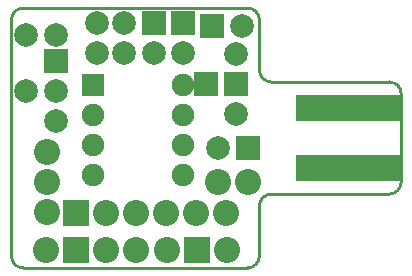
<source format=gbs>
%FSLAX34Y34*%
G04 Gerber Fmt 3.4, Leading zero omitted, Abs format*
G04 (created by PCBNEW (2014-05-21 BZR 4875)-product) date Thursday 18 September 2014 04:54:14 PM IST*
%MOIN*%
G01*
G70*
G90*
G04 APERTURE LIST*
%ADD10C,0.005906*%
%ADD11C,0.010000*%
%ADD12R,0.350000X0.090000*%
%ADD13C,0.079055*%
%ADD14R,0.079055X0.079055*%
%ADD15C,0.086929*%
%ADD16R,0.086929X0.086929*%
%ADD17R,0.075118X0.075118*%
%ADD18C,0.075118*%
G04 APERTURE END LIST*
G54D10*
G54D11*
X18405Y-16437D02*
X10925Y-16437D01*
X23523Y-10629D02*
X23523Y-13582D01*
X23129Y-10236D02*
X19192Y-10236D01*
X23129Y-13976D02*
X19192Y-13976D01*
X23129Y-13976D02*
G75*
G03X23523Y-13582I0J393D01*
G74*
G01*
X23523Y-10629D02*
G75*
G03X23129Y-10236I-393J0D01*
G74*
G01*
X10925Y-7775D02*
X18405Y-7775D01*
X10531Y-16043D02*
X10531Y-8169D01*
X10531Y-16043D02*
G75*
G03X10925Y-16437I393J0D01*
G74*
G01*
X10925Y-7775D02*
G75*
G03X10531Y-8169I0J-393D01*
G74*
G01*
X18799Y-9842D02*
X18799Y-8169D01*
X18799Y-16043D02*
X18799Y-14370D01*
X18799Y-8169D02*
G75*
G03X18405Y-7775I-393J0D01*
G74*
G01*
X18799Y-9842D02*
G75*
G03X19192Y-10236I393J0D01*
G74*
G01*
X18405Y-16437D02*
G75*
G03X18799Y-16043I0J393D01*
G74*
G01*
X19192Y-13976D02*
G75*
G03X18799Y-14370I0J-393D01*
G74*
G01*
G54D12*
X21758Y-13106D03*
X21758Y-11106D03*
G54D13*
X15275Y-9271D03*
G54D14*
X15275Y-8287D03*
G54D13*
X16259Y-9271D03*
G54D14*
X16259Y-8287D03*
G54D13*
X17421Y-12440D03*
G54D14*
X18405Y-12440D03*
G54D13*
X18208Y-8385D03*
G54D14*
X17224Y-8385D03*
G54D15*
X11712Y-14582D03*
X11712Y-13582D03*
X11712Y-12582D03*
X17696Y-14606D03*
X16696Y-14606D03*
X15696Y-14606D03*
X14696Y-14606D03*
X13696Y-14606D03*
G54D16*
X12696Y-14606D03*
G54D15*
X14681Y-15846D03*
X13681Y-15846D03*
G54D16*
X12681Y-15846D03*
G54D15*
X15732Y-15846D03*
G54D16*
X16732Y-15846D03*
G54D15*
X17732Y-15846D03*
X11675Y-15850D03*
G54D13*
X13385Y-9271D03*
X13385Y-8287D03*
X11023Y-8661D03*
X12007Y-8661D03*
G54D14*
X17031Y-10314D03*
G54D13*
X18031Y-11314D03*
X18031Y-9314D03*
G54D14*
X18031Y-10314D03*
G54D13*
X11007Y-10531D03*
X12007Y-11531D03*
G54D14*
X12007Y-9531D03*
G54D13*
X12007Y-10531D03*
G54D15*
X18405Y-13582D03*
X17421Y-13582D03*
G54D13*
X14291Y-8287D03*
X14291Y-9271D03*
G54D17*
X13263Y-10350D03*
G54D18*
X13263Y-11350D03*
X13263Y-12350D03*
X13263Y-13350D03*
X16263Y-13350D03*
X16263Y-12350D03*
X16263Y-11350D03*
X16263Y-10350D03*
M02*

</source>
